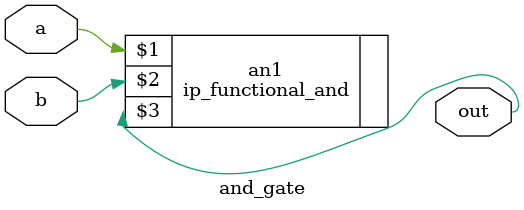
<source format=v>

module and_gate( 
    input a, 
    input b, 
    output out );

    // assing the AND of a and b to out
ip_functional_and an1(a,b,out);
endmodule

</source>
